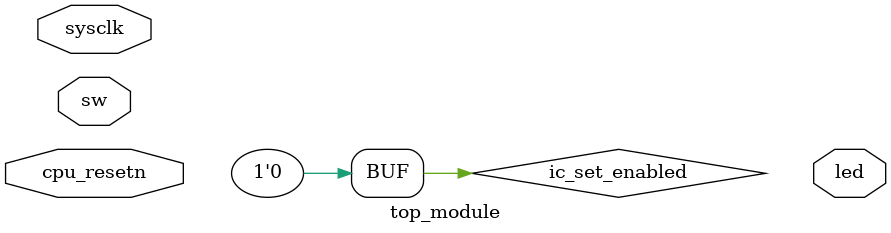
<source format=v>
`timescale 1ns / 1ps


module top_module(
    input sysclk,
	input cpu_resetn,
    input [7:0] sw,
    output [7:0] led
    );

	wire clk;
	reg [1:0] counter;
	wire cpu_clk; assign cpu_clk = counter == 0;
	wire rst; assign rst = ~cpu_resetn;

	wire mem_wenabled;
	wire [31:0] mem_r1_addr, mem_r2_addr, mem_w_addr;
	wire [31:0] mem_r1_data, mem_r2_data, mem_w_data;

	wire [4:0] reg_r1_index, reg_r2_index, reg_w_index;
	wire [31:0]reg_r1_data, reg_r2_data, reg_w_data;

	wire ic_set_enabled;
	wire ic_next_enabled;
	assign ic_set_enabled = 0; assign ic_next_enabled = counter == 3;
	wire [31:0] ic_set_addr;
	wire [31:0] ic_next_addr;

	instruction_counter ic0(
		.clk(clk), .rst(rst),
		.set_enabled(ic_set_enabled), .next_enabled(ic_next_enabled),
		.set_addr(ic_set_addr), .pc_addr(ic_next_addr));
	assign mem_r1_addr = ic_next_addr;
	ram ram0(
		.clk(~clk), .we(mem_wenabled),
		.r1_addr(mem_r1_addr), .r1_data(mem_r1_data),
		.r2_addr(mem_r2_addr), .r2_data(mem_r2_data),
		.w_addr(mem_w_addr), .w_data(mem_w_data));
	register reg0(
		.clk(~clk), .rst(rst),
		.r1_index(reg_r1_index), .r1_data(reg_r1_data),
		.r2_index(reg_r2_index), .r2_data(reg_r2_data),
		.w_index(reg_w_index), .w_data(reg_w_data));

	wire dec_halt;
	wire [31:0] dec_inst;
	wire [5:0] dec_opc;
	wire [1:0] dec_opt;
	wire [4:0] dec_rar, dec_rbr, dec_ror;
	wire [31:0] dec_rav, dec_rbv;
	wire [10:0] dec_aux;
	wire [15:0] dec_imm;
	wire [25:0] dec_addr;
	wire [31:0] dec_read_mem_addr;
	assign mem_r2_addr = dec_read_mem_addr;
	assign reg_r1_index = dec_rar;
	assign reg_r2_index = dec_rbr;
	assign dec_inst = mem_r1_data;
	decoder dec0(
		.clk(clk && (counter == 1 || rst)), .rst(rst), .halt(dec_halt),
		.instruction(dec_inst),
		.opcode(dec_opc), .optype(dec_opt),
		.rar(dec_rar), .rav(dec_rav), .rbr(dec_rbr), .rbv(dec_rbv),
		.rout(dec_ror), .aux(dec_aux), .imm(dec_imm), .addr(dec_addr),
		.mem_read_addr(mem_r2_addr));

	wire exec_halt;
	wire [31:0] exec_rav, exec_rbv;
	wire [4:0] exec_reg_index;
	wire [31:0] exec_reg_data;
	wire exec_pc_enabled;
	wire [31:0] exec_pc_data;
	wire exec_mem_enabled;
	wire [31:0] exec_mem_addr;
	wire [31:0] exec_mem_data;
	assign exec_rav = dec_rar != 0 ? reg_r1_data : dec_rav;
	assign exec_rbv = dec_rbr != 0 ? reg_r2_data : dec_rbv;

	executor exec0(
		.clk(clk && (counter == 2 || rst)), .rst(rst), .halt(exec_halt),
		.opcode(dec_opc), .optype(dec_opt),
		.rav(exec_rav), .rbv(exec_rbv), .rout(dec_ror),
		.aux(dec_aux), .imm(dec_imm), .addr(dec_addr), .mem_v(mem_r2_data),
		.out_reg_index(exec_reg_index), .out_reg_data(exec_reg_data),
		.out_pc_enabled(exec_pc_enabled), .out_mem_enabled(exec_mem_enabled),
		.out_mem_addr(exec_mem_addr), .out_mem_data(exec_mem_data));

	writeback wb0(
		.clk(clk && (counter == 3 || rst)), .rst(rst),
		.in_reg_index(exec_reg_index), .in_reg_data(exec_reg_data),
		.in_pc_enabled(exec_pc_enabled), .in_pc_data(exec_pc_data),
		.in_mem_enabled(exec_mem_enabled), .in_mem_addr(exec_mem_addr),
		.in_mem_data(exec_mem_data),
		.out_reg_index(reg_w_index), .out_reg_data(reg_w_data),
		.out_pc_enabled(ic_set_enabled), .out_pc_data(ic_set_addr),
		.out_mem_enabled(mem_wenabled), .out_mem_addr(mem_w_addr),
		.out_mem_data(mem_w_data));

	assign clk = sysclk | (dec_halt | exec_halt);

	always @ (posedge clk) begin
		if(rst) begin
			counter <= 0;
		end else begin
			counter <= counter + 1;
		end
	end
endmodule

</source>
